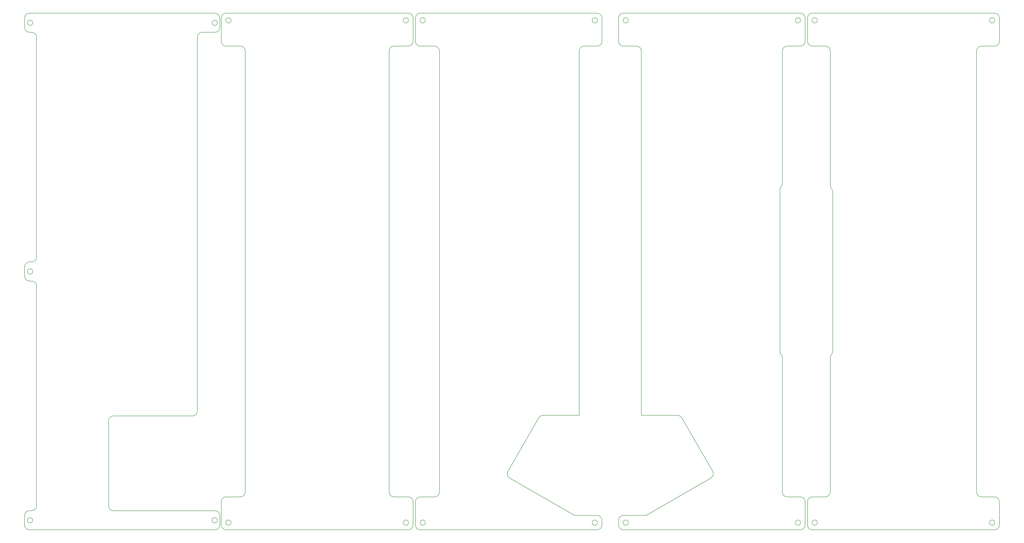
<source format=gbr>
G04 #@! TF.GenerationSoftware,KiCad,Pcbnew,7.0.8*
G04 #@! TF.CreationDate,2024-02-17T16:19:58-08:00*
G04 #@! TF.ProjectId,FlexDeploySidePanels,466c6578-4465-4706-9c6f-795369646550,rev?*
G04 #@! TF.SameCoordinates,Original*
G04 #@! TF.FileFunction,Other,User*
%FSLAX46Y46*%
G04 Gerber Fmt 4.6, Leading zero omitted, Abs format (unit mm)*
G04 Created by KiCad (PCBNEW 7.0.8) date 2024-02-17 16:19:58*
%MOMM*%
%LPD*%
G01*
G04 APERTURE LIST*
%ADD10C,0.200000*%
G04 APERTURE END LIST*
D10*
X494708000Y-113000000D02*
X489208000Y-113000000D01*
X415708000Y-303000000D02*
G75*
G03*
X413708000Y-301000000I-2000000J0D01*
G01*
X321500000Y-267000959D02*
X306388675Y-267000959D01*
X413708000Y-113000000D02*
G75*
G03*
X415708000Y-111000000I0J2000000D01*
G01*
X95200000Y-304750000D02*
X95200000Y-213000000D01*
X180200000Y-301000000D02*
G75*
G03*
X182200000Y-299000000I0J2000000D01*
G01*
X496708000Y-312750000D02*
X496708000Y-303000000D01*
X242200000Y-265000000D02*
X242200000Y-149000000D01*
X405208000Y-239000000D02*
X405208000Y-240267949D01*
X125200000Y-269250000D02*
X125200000Y-304750000D01*
X292466025Y-293115696D02*
X319081333Y-308482051D01*
X337908000Y-312750000D02*
X337908000Y-310750000D01*
X174200000Y-99250000D02*
X250200000Y-99250000D01*
X487208000Y-299000000D02*
G75*
G03*
X489208000Y-301000000I2000000J0D01*
G01*
X291733914Y-290383610D02*
G75*
G03*
X292466025Y-293115695I1732086J-999990D01*
G01*
X172200000Y-312750000D02*
G75*
G03*
X174200000Y-314750000I2000000J0D01*
G01*
X342008000Y-311750000D02*
G75*
G03*
X342008000Y-311750000I-1100000J0D01*
G01*
X250200000Y-314750000D02*
G75*
G03*
X252200000Y-312750000I0J2000000D01*
G01*
X413808000Y-102250000D02*
G75*
G03*
X413808000Y-102250000I-1100000J0D01*
G01*
X304656624Y-268000959D02*
X291733975Y-290383645D01*
X174200000Y-99250000D02*
G75*
G03*
X172200000Y-101250000I0J-2000000D01*
G01*
X92200000Y-306750000D02*
X93200000Y-306750000D01*
X257300000Y-311750000D02*
G75*
G03*
X257300000Y-311750000I-1100000J0D01*
G01*
X90200000Y-101250000D02*
X90200000Y-105250000D01*
X416708000Y-312750000D02*
X416708000Y-303000000D01*
X418708000Y-301000000D02*
G75*
G03*
X416708000Y-303000000I0J-2000000D01*
G01*
X406208000Y-170267949D02*
X406208000Y-115000000D01*
X329100000Y-311750000D02*
G75*
G03*
X329100000Y-311750000I-1100000J0D01*
G01*
X171600000Y-105250000D02*
X171600000Y-101250000D01*
X348826667Y-308750000D02*
X339908000Y-308750000D01*
X93550000Y-103250000D02*
G75*
G03*
X93550000Y-103250000I-1100000J0D01*
G01*
X405708000Y-171590825D02*
G75*
G03*
X405208000Y-172913701I1500000J-1322875D01*
G01*
X291733914Y-290383610D02*
G75*
G03*
X292466025Y-293115695I1732086J-999990D01*
G01*
X494708000Y-314750000D02*
G75*
G03*
X496708000Y-312750000I0J2000000D01*
G01*
X253200000Y-312750000D02*
G75*
G03*
X255200000Y-314750000I2000000J0D01*
G01*
X176300000Y-102250000D02*
G75*
G03*
X176300000Y-102250000I-1100000J0D01*
G01*
X92200000Y-203000000D02*
G75*
G03*
X90200000Y-205000000I0J-2000000D01*
G01*
X253200000Y-111000000D02*
G75*
G03*
X255200000Y-113000000I2000000J0D01*
G01*
X416708000Y-312750000D02*
G75*
G03*
X418708000Y-314750000I2000000J0D01*
G01*
X250200000Y-314750000D02*
X174200000Y-314750000D01*
X413708000Y-113000000D02*
G75*
G03*
X415708000Y-111000000I0J2000000D01*
G01*
X174200000Y-301000000D02*
G75*
G03*
X172200000Y-303000000I0J-2000000D01*
G01*
X242200000Y-130000000D02*
X242200000Y-115000000D01*
X329000000Y-314750000D02*
G75*
G03*
X331000000Y-312750000I0J2000000D01*
G01*
X160200000Y-267250000D02*
X127200000Y-267250000D01*
X250200000Y-99250000D02*
X174200000Y-99250000D01*
X348826667Y-308749983D02*
G75*
G03*
X349826667Y-308482050I33J1999983D01*
G01*
X169600000Y-107250000D02*
X164200000Y-107250000D01*
X420808000Y-102250000D02*
G75*
G03*
X420808000Y-102250000I-1100000J0D01*
G01*
X427207966Y-173732051D02*
G75*
G03*
X426708000Y-172409175I-1999966J51D01*
G01*
X408208000Y-113000000D02*
X413708000Y-113000000D01*
X261200000Y-301000000D02*
G75*
G03*
X263200000Y-299000000I0J2000000D01*
G01*
X496708000Y-101250000D02*
G75*
G03*
X494708000Y-99250000I-2000000J0D01*
G01*
X413808000Y-311750000D02*
G75*
G03*
X413808000Y-311750000I-1100000J0D01*
G01*
X291733975Y-290383645D02*
X304656624Y-268000959D01*
X176300000Y-311750000D02*
G75*
G03*
X176300000Y-311750000I-1100000J0D01*
G01*
X125200000Y-304750000D02*
G75*
G03*
X127200000Y-306750000I2000000J0D01*
G01*
X95200000Y-201000000D02*
X95200000Y-109250000D01*
X329000000Y-99250000D02*
X255200000Y-99250000D01*
X415708000Y-312750000D02*
X415708000Y-303000000D01*
X319081325Y-308482065D02*
G75*
G03*
X320081333Y-308750000I999975J1732065D01*
G01*
X253200000Y-101250000D02*
X253200000Y-111000000D01*
X250300000Y-311750000D02*
G75*
G03*
X250300000Y-311750000I-1100000J0D01*
G01*
X494708000Y-314750000D02*
G75*
G03*
X496708000Y-312750000I0J2000000D01*
G01*
X127200000Y-306750000D02*
X169600000Y-306750000D01*
X95200000Y-213000000D02*
X95200000Y-304750000D01*
X319081333Y-308482051D02*
X292466025Y-293115696D01*
X171600000Y-101250000D02*
G75*
G03*
X169600000Y-99250000I-2000000J0D01*
G01*
X169600000Y-107250000D02*
G75*
G03*
X171600000Y-105250000I0J2000000D01*
G01*
X95200000Y-109250000D02*
X95200000Y-201000000D01*
X250200000Y-113000000D02*
G75*
G03*
X252200000Y-111000000I0J2000000D01*
G01*
X172200000Y-303000000D02*
X172200000Y-312750000D01*
X92200000Y-203000000D02*
G75*
G03*
X90200000Y-205000000I0J-2000000D01*
G01*
X339908000Y-308750000D02*
X348826667Y-308750000D01*
X418708000Y-99250000D02*
G75*
G03*
X416708000Y-101250000I0J-2000000D01*
G01*
X250200000Y-113000000D02*
G75*
G03*
X252200000Y-111000000I0J2000000D01*
G01*
X127200000Y-267250000D02*
G75*
G03*
X125200000Y-269250000I0J-2000000D01*
G01*
X408208000Y-113000000D02*
G75*
G03*
X406208000Y-115000000I0J-2000000D01*
G01*
X329100000Y-311750000D02*
G75*
G03*
X329100000Y-311750000I-1100000J0D01*
G01*
X250300000Y-102250000D02*
G75*
G03*
X250300000Y-102250000I-1100000J0D01*
G01*
X426208000Y-115000000D02*
X426208000Y-171086299D01*
X416708000Y-303000000D02*
X416708000Y-312750000D01*
X413708000Y-314750000D02*
X339908000Y-314750000D01*
X252200000Y-303000000D02*
X252200000Y-312750000D01*
X496708000Y-303000000D02*
X496708000Y-312750000D01*
X171600000Y-312750000D02*
X171600000Y-308750000D01*
X416708000Y-312750000D02*
G75*
G03*
X418708000Y-314750000I2000000J0D01*
G01*
X261200000Y-301000000D02*
G75*
G03*
X263200000Y-299000000I0J2000000D01*
G01*
X406208000Y-299000000D02*
G75*
G03*
X408208000Y-301000000I2000000J0D01*
G01*
X406208000Y-299000000D02*
X406208000Y-242913701D01*
X413808000Y-311750000D02*
G75*
G03*
X413808000Y-311750000I-1100000J0D01*
G01*
X413708000Y-99250000D02*
X339908000Y-99250000D01*
X171600000Y-308750000D02*
X171600000Y-312750000D01*
X90200000Y-105250000D02*
X90200000Y-101250000D01*
X93200000Y-203000000D02*
X92200000Y-203000000D01*
X92200000Y-99250000D02*
G75*
G03*
X90200000Y-101250000I0J-2000000D01*
G01*
X162200000Y-109250000D02*
X162200000Y-265250000D01*
X162200000Y-220000000D02*
X162200000Y-194000000D01*
X418708000Y-99250000D02*
G75*
G03*
X416708000Y-101250000I0J-2000000D01*
G01*
X347408000Y-115000000D02*
G75*
G03*
X345408000Y-113000000I-2000000J0D01*
G01*
X406208000Y-115000000D02*
X406208000Y-170267949D01*
X92200000Y-99250000D02*
X169600000Y-99250000D01*
X418708000Y-99250000D02*
X494708000Y-99250000D01*
X263200000Y-299000000D02*
X263200000Y-115000000D01*
X93550000Y-310750000D02*
G75*
G03*
X93550000Y-310750000I-1100000J0D01*
G01*
X405208034Y-240267949D02*
G75*
G03*
X405708000Y-241590825I1999966J-51D01*
G01*
X337908000Y-111000000D02*
G75*
G03*
X339908000Y-113000000I2000000J0D01*
G01*
X169600000Y-107250000D02*
G75*
G03*
X171600000Y-105250000I0J2000000D01*
G01*
X171600000Y-101250000D02*
X171600000Y-105250000D01*
X415708000Y-303000000D02*
X415708000Y-312750000D01*
X92200000Y-211000000D02*
X93200000Y-211000000D01*
X415708000Y-101250000D02*
G75*
G03*
X413708000Y-99250000I-2000000J0D01*
G01*
X339908000Y-99250000D02*
G75*
G03*
X337908000Y-101250000I0J-2000000D01*
G01*
X337908000Y-312750000D02*
G75*
G03*
X339908000Y-314750000I2000000J0D01*
G01*
X93200000Y-306750000D02*
X92200000Y-306750000D01*
X244200000Y-113000000D02*
G75*
G03*
X242200000Y-115000000I0J-2000000D01*
G01*
X413708000Y-314750000D02*
G75*
G03*
X415708000Y-312750000I0J2000000D01*
G01*
X339908000Y-113000000D02*
X345408000Y-113000000D01*
X257300000Y-102250000D02*
G75*
G03*
X257300000Y-102250000I-1100000J0D01*
G01*
X496708000Y-303000000D02*
G75*
G03*
X494708000Y-301000000I-2000000J0D01*
G01*
X329000000Y-308750000D02*
X320081333Y-308750000D01*
X176300000Y-311750000D02*
G75*
G03*
X176300000Y-311750000I-1100000J0D01*
G01*
X321500000Y-205600000D02*
X321500000Y-184600000D01*
X405708000Y-171590825D02*
G75*
G03*
X405208000Y-172913701I1500000J-1322875D01*
G01*
X242200000Y-299000000D02*
X242200000Y-284000000D01*
X339908000Y-308750000D02*
G75*
G03*
X337908000Y-310750000I0J-2000000D01*
G01*
X92200000Y-99250000D02*
G75*
G03*
X90200000Y-101250000I0J-2000000D01*
G01*
X93200000Y-211000000D02*
X92200000Y-211000000D01*
X494708000Y-113000000D02*
G75*
G03*
X496708000Y-111000000I0J2000000D01*
G01*
X182200000Y-115000000D02*
G75*
G03*
X180200000Y-113000000I-2000000J0D01*
G01*
X427207966Y-173732051D02*
G75*
G03*
X426708000Y-172409175I-1999966J51D01*
G01*
X426208000Y-115000000D02*
G75*
G03*
X424208000Y-113000000I-2000000J0D01*
G01*
X250300000Y-311750000D02*
G75*
G03*
X250300000Y-311750000I-1100000J0D01*
G01*
X170550000Y-310750000D02*
G75*
G03*
X170550000Y-310750000I-1100000J0D01*
G01*
X92200000Y-203000000D02*
X93200000Y-203000000D01*
X95200000Y-109250000D02*
G75*
G03*
X93200000Y-107250000I-2000000J0D01*
G01*
X172200000Y-312750000D02*
X172200000Y-303000000D01*
X415708000Y-101250000D02*
G75*
G03*
X413708000Y-99250000I-2000000J0D01*
G01*
X345408000Y-113000000D02*
X339908000Y-113000000D01*
X176300000Y-102250000D02*
G75*
G03*
X176300000Y-102250000I-1100000J0D01*
G01*
X169600000Y-314750000D02*
X92200000Y-314750000D01*
X170550000Y-310750000D02*
G75*
G03*
X170550000Y-310750000I-1100000J0D01*
G01*
X405708025Y-171590847D02*
G75*
G03*
X406208000Y-170267949I-1500025J1322847D01*
G01*
X331000000Y-312750000D02*
X331000000Y-310750000D01*
X426208001Y-171086299D02*
G75*
G03*
X426708000Y-172409175I1999999J-1D01*
G01*
X250300000Y-102250000D02*
G75*
G03*
X250300000Y-102250000I-1100000J0D01*
G01*
X253200000Y-111000000D02*
X253200000Y-101250000D01*
X376441975Y-293115696D02*
X349826667Y-308482051D01*
X182200000Y-299000000D02*
X182200000Y-115000000D01*
X406208000Y-242913701D02*
X406208000Y-299000000D01*
X329100000Y-102250000D02*
G75*
G03*
X329100000Y-102250000I-1100000J0D01*
G01*
X347408000Y-115000000D02*
X347408000Y-130000000D01*
X342008000Y-102250000D02*
G75*
G03*
X342008000Y-102250000I-1100000J0D01*
G01*
X90200000Y-308750000D02*
X90200000Y-312750000D01*
X496708000Y-101250000D02*
X496708000Y-111000000D01*
X253200000Y-111000000D02*
G75*
G03*
X255200000Y-113000000I2000000J0D01*
G01*
X339908000Y-99250000D02*
X413708000Y-99250000D01*
X408208000Y-301000000D02*
X413708000Y-301000000D01*
X427208000Y-194000000D02*
X427208000Y-220000000D01*
X172200000Y-312750000D02*
G75*
G03*
X174200000Y-314750000I2000000J0D01*
G01*
X171600000Y-308750000D02*
G75*
G03*
X169600000Y-306750000I-2000000J0D01*
G01*
X244200000Y-113000000D02*
G75*
G03*
X242200000Y-115000000I0J-2000000D01*
G01*
X90200000Y-312750000D02*
G75*
G03*
X92200000Y-314750000I2000000J0D01*
G01*
X418708000Y-314750000D02*
X494708000Y-314750000D01*
X174200000Y-301000000D02*
X180200000Y-301000000D01*
X427208000Y-173732051D02*
X427208000Y-175000000D01*
X337908000Y-111000000D02*
X337908000Y-101250000D01*
X424208000Y-113000000D02*
X418708000Y-113000000D01*
X415708000Y-303000000D02*
G75*
G03*
X413708000Y-301000000I-2000000J0D01*
G01*
X427208000Y-240267949D02*
X427208000Y-173732051D01*
X253200000Y-312750000D02*
X253200000Y-303000000D01*
X174200000Y-301000000D02*
G75*
G03*
X172200000Y-303000000I0J-2000000D01*
G01*
X252200000Y-111000000D02*
X252200000Y-101250000D01*
X339908000Y-314750000D02*
X413708000Y-314750000D01*
X426208000Y-242913701D02*
X426208000Y-299000000D01*
X169600000Y-306750000D02*
X127200000Y-306750000D01*
X93200000Y-107250000D02*
X92200000Y-107250000D01*
X420808000Y-311750000D02*
G75*
G03*
X420808000Y-311750000I-1100000J0D01*
G01*
X416708000Y-111000000D02*
X416708000Y-101250000D01*
X413708000Y-314750000D02*
G75*
G03*
X415708000Y-312750000I0J2000000D01*
G01*
X347408000Y-115000000D02*
G75*
G03*
X345408000Y-113000000I-2000000J0D01*
G01*
X405208000Y-172913701D02*
X405208000Y-220000000D01*
X172200000Y-111000000D02*
G75*
G03*
X174200000Y-113000000I2000000J0D01*
G01*
X426208000Y-115000000D02*
G75*
G03*
X424208000Y-113000000I-2000000J0D01*
G01*
X489208000Y-113000000D02*
G75*
G03*
X487208000Y-115000000I0J-2000000D01*
G01*
X494808000Y-311750000D02*
G75*
G03*
X494808000Y-311750000I-1100000J0D01*
G01*
X376441939Y-293115634D02*
G75*
G03*
X377174025Y-290383645I-999939J1732034D01*
G01*
X494708000Y-314750000D02*
X418708000Y-314750000D01*
X339908000Y-308750000D02*
G75*
G03*
X337908000Y-310750000I0J-2000000D01*
G01*
X496708000Y-101250000D02*
G75*
G03*
X494708000Y-99250000I-2000000J0D01*
G01*
X416708000Y-101250000D02*
X416708000Y-111000000D01*
X418708000Y-301000000D02*
X424208000Y-301000000D01*
X496708000Y-303000000D02*
G75*
G03*
X494708000Y-301000000I-2000000J0D01*
G01*
X494808000Y-311750000D02*
G75*
G03*
X494808000Y-311750000I-1100000J0D01*
G01*
X182200000Y-194000000D02*
X182200000Y-220000000D01*
X263200000Y-284000000D02*
X263200000Y-299000000D01*
X496708000Y-111000000D02*
X496708000Y-101250000D01*
X93200000Y-306750000D02*
G75*
G03*
X95200000Y-304750000I0J2000000D01*
G01*
X253200000Y-303000000D02*
X253200000Y-312750000D01*
X347408000Y-267000959D02*
X347408000Y-115000000D01*
X169600000Y-314750000D02*
G75*
G03*
X171600000Y-312750000I0J2000000D01*
G01*
X95200000Y-109250000D02*
G75*
G03*
X93200000Y-107250000I-2000000J0D01*
G01*
X426708025Y-241590847D02*
G75*
G03*
X427208000Y-240267949I-1500025J1322847D01*
G01*
X426708000Y-241590825D02*
G75*
G03*
X426208000Y-242913701I1500000J-1322875D01*
G01*
X263200000Y-115000000D02*
G75*
G03*
X261200000Y-113000000I-2000000J0D01*
G01*
X319081325Y-308482065D02*
G75*
G03*
X320081333Y-308750000I999975J1732065D01*
G01*
X418708000Y-301000000D02*
G75*
G03*
X416708000Y-303000000I0J-2000000D01*
G01*
X420808000Y-311750000D02*
G75*
G03*
X420808000Y-311750000I-1100000J0D01*
G01*
X172200000Y-111000000D02*
X172200000Y-101250000D01*
X415708000Y-101250000D02*
X415708000Y-111000000D01*
X405208000Y-220000000D02*
X405208000Y-194000000D01*
X164200000Y-107250000D02*
X169600000Y-107250000D01*
X364251376Y-268000959D02*
X377174025Y-290383645D01*
X364251375Y-268000960D02*
G75*
G03*
X362519325Y-267000959I-1732075J-1000040D01*
G01*
X180200000Y-301000000D02*
G75*
G03*
X182200000Y-299000000I0J2000000D01*
G01*
X306388675Y-267000958D02*
G75*
G03*
X304656624Y-268000959I25J-2000042D01*
G01*
X92200000Y-306750000D02*
G75*
G03*
X90200000Y-308750000I0J-2000000D01*
G01*
X415708000Y-111000000D02*
X415708000Y-101250000D01*
X252200000Y-303000000D02*
G75*
G03*
X250200000Y-301000000I-2000000J0D01*
G01*
X331000000Y-101250000D02*
G75*
G03*
X329000000Y-99250000I-2000000J0D01*
G01*
X93550000Y-207000000D02*
G75*
G03*
X93550000Y-207000000I-1100000J0D01*
G01*
X331000000Y-101250000D02*
G75*
G03*
X329000000Y-99250000I-2000000J0D01*
G01*
X172200000Y-111000000D02*
G75*
G03*
X174200000Y-113000000I2000000J0D01*
G01*
X427208000Y-239000000D02*
X427208000Y-240267949D01*
X261200000Y-301000000D02*
X255200000Y-301000000D01*
X174200000Y-113000000D02*
X180200000Y-113000000D01*
X329000000Y-113000000D02*
G75*
G03*
X331000000Y-111000000I0J2000000D01*
G01*
X331000000Y-310750000D02*
G75*
G03*
X329000000Y-308750000I-2000000J0D01*
G01*
X180200000Y-113000000D02*
X174200000Y-113000000D01*
X127200000Y-267250000D02*
G75*
G03*
X125200000Y-269250000I0J-2000000D01*
G01*
X93550000Y-207000000D02*
G75*
G03*
X93550000Y-207000000I-1100000J0D01*
G01*
X408208000Y-113000000D02*
G75*
G03*
X406208000Y-115000000I0J-2000000D01*
G01*
X95200000Y-213000000D02*
G75*
G03*
X93200000Y-211000000I-2000000J0D01*
G01*
X93550000Y-103250000D02*
G75*
G03*
X93550000Y-103250000I-1100000J0D01*
G01*
X416708000Y-111000000D02*
G75*
G03*
X418708000Y-113000000I2000000J0D01*
G01*
X306388675Y-267000958D02*
G75*
G03*
X304656624Y-268000959I25J-2000042D01*
G01*
X162200000Y-265250000D02*
X162200000Y-239000000D01*
X92200000Y-107250000D02*
X93200000Y-107250000D01*
X321500000Y-115000000D02*
X321500000Y-267000959D01*
X90200000Y-205000000D02*
X90200000Y-209000000D01*
X261200000Y-113000000D02*
X255200000Y-113000000D01*
X418708000Y-113000000D02*
X424208000Y-113000000D01*
X242200000Y-115000000D02*
X242200000Y-299000000D01*
X255200000Y-314750000D02*
X329000000Y-314750000D01*
X93200000Y-306750000D02*
G75*
G03*
X95200000Y-304750000I0J2000000D01*
G01*
X90200000Y-105250000D02*
G75*
G03*
X92200000Y-107250000I2000000J0D01*
G01*
X253200000Y-312750000D02*
G75*
G03*
X255200000Y-314750000I2000000J0D01*
G01*
X90200000Y-312750000D02*
X90200000Y-308750000D01*
X321500000Y-130000000D02*
X321500000Y-115000000D01*
X244200000Y-301000000D02*
X250200000Y-301000000D01*
X494708000Y-113000000D02*
G75*
G03*
X496708000Y-111000000I0J2000000D01*
G01*
X263200000Y-115000000D02*
X263200000Y-130000000D01*
X405226878Y-238725855D02*
G75*
G03*
X405208000Y-239000000I1981122J-274145D01*
G01*
X406207999Y-242913701D02*
G75*
G03*
X405708000Y-241590825I-1999999J1D01*
G01*
X93200000Y-203000000D02*
G75*
G03*
X95200000Y-201000000I0J2000000D01*
G01*
X362519325Y-267000959D02*
X347408000Y-267000959D01*
X337908000Y-310750000D02*
X337908000Y-312750000D01*
X171600000Y-101250000D02*
G75*
G03*
X169600000Y-99250000I-2000000J0D01*
G01*
X180200000Y-301000000D02*
X174200000Y-301000000D01*
X242200000Y-299000000D02*
G75*
G03*
X244200000Y-301000000I2000000J0D01*
G01*
X244200000Y-113000000D02*
X250200000Y-113000000D01*
X406207999Y-242913701D02*
G75*
G03*
X405708000Y-241590825I-1999999J1D01*
G01*
X487208000Y-115000000D02*
X487208000Y-299000000D01*
X252200000Y-101250000D02*
G75*
G03*
X250200000Y-99250000I-2000000J0D01*
G01*
X170550000Y-103250000D02*
G75*
G03*
X170550000Y-103250000I-1100000J0D01*
G01*
X252200000Y-312750000D02*
X252200000Y-303000000D01*
X263200000Y-115000000D02*
G75*
G03*
X261200000Y-113000000I-2000000J0D01*
G01*
X331000000Y-101250000D02*
X331000000Y-111000000D01*
X164200000Y-107250000D02*
G75*
G03*
X162200000Y-109250000I0J-2000000D01*
G01*
X127200000Y-267250000D02*
X160200000Y-267250000D01*
X489208000Y-113000000D02*
X494708000Y-113000000D01*
X329100000Y-102250000D02*
G75*
G03*
X329100000Y-102250000I-1100000J0D01*
G01*
X95200000Y-213000000D02*
G75*
G03*
X93200000Y-211000000I-2000000J0D01*
G01*
X348826667Y-308749983D02*
G75*
G03*
X349826667Y-308482050I33J1999983D01*
G01*
X416708000Y-111000000D02*
G75*
G03*
X418708000Y-113000000I2000000J0D01*
G01*
X406208000Y-299000000D02*
G75*
G03*
X408208000Y-301000000I2000000J0D01*
G01*
X257300000Y-311750000D02*
G75*
G03*
X257300000Y-311750000I-1100000J0D01*
G01*
X90200000Y-209000000D02*
G75*
G03*
X92200000Y-211000000I2000000J0D01*
G01*
X323500000Y-113000000D02*
X329000000Y-113000000D01*
X255200000Y-99250000D02*
G75*
G03*
X253200000Y-101250000I0J-2000000D01*
G01*
X169600000Y-99250000D02*
X92200000Y-99250000D01*
X250200000Y-113000000D02*
X244200000Y-113000000D01*
X92200000Y-314750000D02*
X169600000Y-314750000D01*
X424208000Y-301000000D02*
G75*
G03*
X426208000Y-299000000I0J2000000D01*
G01*
X364251375Y-268000960D02*
G75*
G03*
X362519325Y-267000959I-1732075J-1000040D01*
G01*
X171600000Y-308750000D02*
G75*
G03*
X169600000Y-306750000I-2000000J0D01*
G01*
X494708000Y-301000000D02*
X489208000Y-301000000D01*
X255200000Y-113000000D02*
X261200000Y-113000000D01*
X162200000Y-175000000D02*
X162200000Y-109250000D01*
X494708000Y-99250000D02*
X418708000Y-99250000D01*
X90200000Y-209000000D02*
G75*
G03*
X92200000Y-211000000I2000000J0D01*
G01*
X424208000Y-301000000D02*
G75*
G03*
X426208000Y-299000000I0J2000000D01*
G01*
X323500000Y-113000000D02*
G75*
G03*
X321500000Y-115000000I0J-2000000D01*
G01*
X263200000Y-149000000D02*
X263200000Y-265000000D01*
X405208034Y-240267949D02*
G75*
G03*
X405708000Y-241590825I1999966J-51D01*
G01*
X90200000Y-312750000D02*
G75*
G03*
X92200000Y-314750000I2000000J0D01*
G01*
X93550000Y-310750000D02*
G75*
G03*
X93550000Y-310750000I-1100000J0D01*
G01*
X337908000Y-101250000D02*
X337908000Y-111000000D01*
X377174025Y-290383645D02*
X364251376Y-268000959D01*
X329000000Y-314750000D02*
G75*
G03*
X331000000Y-312750000I0J2000000D01*
G01*
X347408000Y-184600000D02*
X347408000Y-205600000D01*
X413808000Y-102250000D02*
G75*
G03*
X413808000Y-102250000I-1100000J0D01*
G01*
X329000000Y-113000000D02*
X323500000Y-113000000D01*
X405208000Y-220000000D02*
X405226878Y-238725855D01*
X413708000Y-113000000D02*
X408208000Y-113000000D01*
X252200000Y-101250000D02*
G75*
G03*
X250200000Y-99250000I-2000000J0D01*
G01*
X405208000Y-175000000D02*
X405208000Y-172913701D01*
X160200000Y-267250000D02*
G75*
G03*
X162200000Y-265250000I0J2000000D01*
G01*
X169600000Y-314750000D02*
G75*
G03*
X171600000Y-312750000I0J2000000D01*
G01*
X426708000Y-241590825D02*
G75*
G03*
X426208000Y-242913701I1500000J-1322875D01*
G01*
X424208000Y-301000000D02*
X418708000Y-301000000D01*
X170550000Y-103250000D02*
G75*
G03*
X170550000Y-103250000I-1100000J0D01*
G01*
X487208000Y-299000000D02*
X487208000Y-115000000D01*
X125200000Y-304750000D02*
G75*
G03*
X127200000Y-306750000I2000000J0D01*
G01*
X182200000Y-115000000D02*
X182200000Y-175000000D01*
X331000000Y-310750000D02*
X331000000Y-312750000D01*
X329000000Y-314750000D02*
X255200000Y-314750000D01*
X426208000Y-299000000D02*
X426208000Y-242913701D01*
X339908000Y-99250000D02*
G75*
G03*
X337908000Y-101250000I0J-2000000D01*
G01*
X405208000Y-240267949D02*
X405208000Y-239000000D01*
X90200000Y-105250000D02*
G75*
G03*
X92200000Y-107250000I2000000J0D01*
G01*
X164200000Y-107250000D02*
G75*
G03*
X162200000Y-109250000I0J-2000000D01*
G01*
X90200000Y-209000000D02*
X90200000Y-205000000D01*
X337908000Y-312750000D02*
G75*
G03*
X339908000Y-314750000I2000000J0D01*
G01*
X426208001Y-171086299D02*
G75*
G03*
X426708000Y-172409175I1999999J-1D01*
G01*
X331000000Y-310750000D02*
G75*
G03*
X329000000Y-308750000I-2000000J0D01*
G01*
X93200000Y-203000000D02*
G75*
G03*
X95200000Y-201000000I0J2000000D01*
G01*
X489208000Y-301000000D02*
X494708000Y-301000000D01*
X331000000Y-111000000D02*
X331000000Y-101250000D01*
X252200000Y-101250000D02*
X252200000Y-111000000D01*
X342008000Y-311750000D02*
G75*
G03*
X342008000Y-311750000I-1100000J0D01*
G01*
X426208000Y-171086299D02*
X426208000Y-115000000D01*
X172200000Y-101250000D02*
X172200000Y-111000000D01*
X489208000Y-113000000D02*
G75*
G03*
X487208000Y-115000000I0J-2000000D01*
G01*
X337908000Y-111000000D02*
G75*
G03*
X339908000Y-113000000I2000000J0D01*
G01*
X413708000Y-301000000D02*
X408208000Y-301000000D01*
X174200000Y-99250000D02*
G75*
G03*
X172200000Y-101250000I0J-2000000D01*
G01*
X92200000Y-306750000D02*
G75*
G03*
X90200000Y-308750000I0J-2000000D01*
G01*
X320081333Y-308750000D02*
X329000000Y-308750000D01*
X420808000Y-102250000D02*
G75*
G03*
X420808000Y-102250000I-1100000J0D01*
G01*
X349826667Y-308482051D02*
X376441975Y-293115696D01*
X255200000Y-99250000D02*
G75*
G03*
X253200000Y-101250000I0J-2000000D01*
G01*
X255200000Y-301000000D02*
X261200000Y-301000000D01*
X252200000Y-303000000D02*
G75*
G03*
X250200000Y-301000000I-2000000J0D01*
G01*
X242200000Y-299000000D02*
G75*
G03*
X244200000Y-301000000I2000000J0D01*
G01*
X257300000Y-102250000D02*
G75*
G03*
X257300000Y-102250000I-1100000J0D01*
G01*
X487208000Y-299000000D02*
G75*
G03*
X489208000Y-301000000I2000000J0D01*
G01*
X342008000Y-102250000D02*
G75*
G03*
X342008000Y-102250000I-1100000J0D01*
G01*
X494808000Y-102250000D02*
G75*
G03*
X494808000Y-102250000I-1100000J0D01*
G01*
X323500000Y-113000000D02*
G75*
G03*
X321500000Y-115000000I0J-2000000D01*
G01*
X174200000Y-314750000D02*
X250200000Y-314750000D01*
X182200000Y-239000000D02*
X182200000Y-299000000D01*
X255200000Y-301000000D02*
G75*
G03*
X253200000Y-303000000I0J-2000000D01*
G01*
X250200000Y-301000000D02*
X244200000Y-301000000D01*
X426708025Y-241590847D02*
G75*
G03*
X427208000Y-240267949I-1500025J1322847D01*
G01*
X182200000Y-115000000D02*
G75*
G03*
X180200000Y-113000000I-2000000J0D01*
G01*
X494808000Y-102250000D02*
G75*
G03*
X494808000Y-102250000I-1100000J0D01*
G01*
X405708025Y-171590847D02*
G75*
G03*
X406208000Y-170267949I-1500025J1322847D01*
G01*
X376441939Y-293115634D02*
G75*
G03*
X377174025Y-290383645I-999939J1732034D01*
G01*
X329000000Y-113000000D02*
G75*
G03*
X331000000Y-111000000I0J2000000D01*
G01*
X125200000Y-304750000D02*
X125200000Y-269250000D01*
X250200000Y-314750000D02*
G75*
G03*
X252200000Y-312750000I0J2000000D01*
G01*
X160200000Y-267250000D02*
G75*
G03*
X162200000Y-265250000I0J2000000D01*
G01*
X255200000Y-301000000D02*
G75*
G03*
X253200000Y-303000000I0J-2000000D01*
G01*
X255200000Y-99250000D02*
X329000000Y-99250000D01*
M02*

</source>
